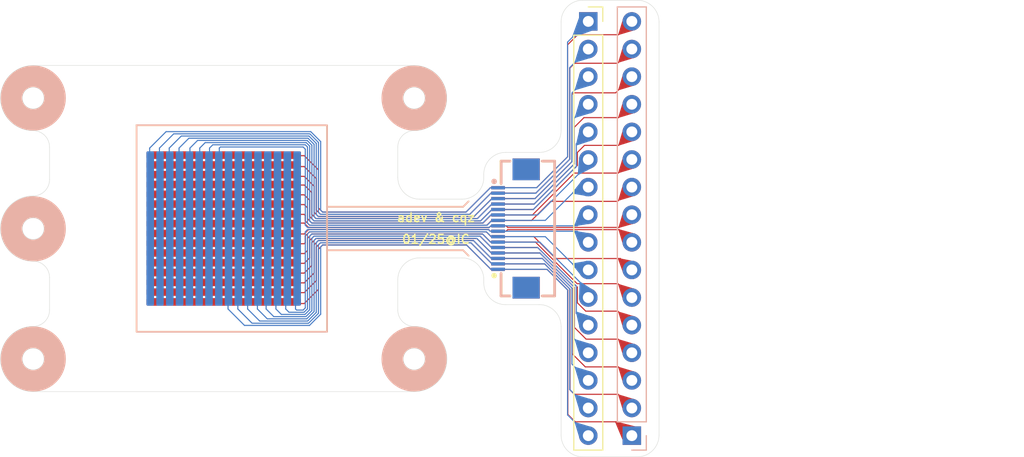
<source format=kicad_pcb>
(kicad_pcb (version 20240108) (generator "pcbnew") (generator_version "8.0")
  (layers (0 "F.Cu" signal "Front") (31 "B.Cu" signal "Back") (34 "B.Paste" user) (35 "F.Paste" user) (36 "B.SilkS" user "B.Silkscreen") (37 "F.SilkS" user "F.Silkscreen") (38 "B.Mask" user "B.Mask - ENIG") (39 "F.Mask" user "F.Mask - ENIG") (44 "Edge.Cuts" user))
  (net 0 "")
  (net 1 "/out4")
  (net 2 "/out6")
  (net 3 "/out14")
  (net 4 "/out9")
  (net 5 "/out12")
  (net 6 "/out10")
  (net 7 "/out5")
  (net 8 "/out7")
  (net 9 "/out15")
  (net 10 "/out11")
  (net 11 "/out2")
  (net 13 "/out1")
  (net 14 "/out0")
  (net 15 "/out8")
  (net 16 "/out13")
  (net 17 "/out3")
  (net 20 "/ain8")
  (net 21 "/ain4")
  (net 22 "/ain11")
  (net 23 "/ain14")
  (net 24 "/ain12")
  (net 25 "/ain6")
  (net 26 "/ain13")
  (net 27 "/ain10")
  (net 28 "/ain9")
  (net 29 "/ain0")
  (net 30 "/ain1")
  (net 31 "/ain2")
  (net 32 "/ain7")
  (net 33 "/ain5")
  (net 35 "/ain15")
  (net 36 "/ain3")
  (footprint "00_lcsc:FPC-SMD_16P-P0.50_FPC-05F-16PH20" (layer "F.Cu") (at 141.25 114.75 90)
    (property "Reference" "FPC2" (hide yes))
    (property "Value" "FPC-05F-16PH20" (hide yes))
  )
  (footprint "Connector_PinSocket_2.54mm:PinSocket_1x16_P2.54mm_Vertical" (layer "F.Cu") (at 148.25 95.7)
    (property "Reference" "J1" (hide yes))
    (property "Value" "Conn_01x16_Pin" (hide yes))
  )
  (footprint "Connector_PinSocket_2.54mm:PinSocket_1x16_P2.54mm_Vertical" (layer "B.Cu") (at 152.25 133.8)
    (property "Reference" "J2" (hide yes))
    (property "Value" "Conn_01x16_Pin")
  )
  (footprint "00_lcsc:FPC-SMD_16P-P0.50_FPC-05F-16PH20" (layer "B.Cu") (at 141.25 114.75 -90)
    (property "Reference" "FPC1" (hide yes))
    (property "Value" "FPC-05F-16PH20" (hide yes))
  )
  (gr_line (start 136.750001 112.75) (end 137.250001 112.25) (stroke (width 0.1524)) (layer "B.SilkS"))
  (gr_line (start 136.750001 116.75) (end 137.250001 117.25) (stroke (width 0.1524)) (layer "B.SilkS"))
  (gr_rect (start 106.750001 105.25) (end 124.250001 124.25) (stroke (width 0.1524)) (fill none) (layer "B.SilkS"))
  (gr_line (start 124.250001 112.749999) (end 136.750001 112.75) (stroke (width 0.1524)) (layer "B.SilkS"))
  (gr_line (start 124.250001 116.750001) (end 136.750001 116.75) (stroke (width 0.1524)) (layer "B.SilkS"))
  (gr_circle (center 97.25 114.78) (end 99.249999 114.78) (stroke (width 2)) (fill none) (layer "B.SilkS"))
  (gr_circle (center 132.25 102.75) (end 130.25 102.749999) (stroke (width 2)) (fill none) (layer "B.SilkS"))
  (gr_circle (center 97.249999 102.75) (end 99.25 102.749999) (stroke (width 2)) (fill none) (layer "B.SilkS"))
  (gr_circle (center 97.25 126.75) (end 99.25 126.75) (stroke (width 2)) (fill none) (layer "B.SilkS"))
  (gr_circle (center 132.25 126.75) (end 130.249999 126.75) (stroke (width 2)) (fill none) (layer "B.SilkS"))
  (gr_line (start 124.250001 116.75) (end 136.750001 116.75) (stroke (width 0.1524)) (layer "F.SilkS"))
  (gr_line (start 124.250001 112.75) (end 136.750001 112.75) (stroke (width 0.1524)) (layer "F.SilkS"))
  (gr_line (start 136.750001 112.75) (end 137.250001 112.25) (stroke (width 0.1524)) (layer "F.SilkS"))
  (gr_line (start 136.750001 116.75) (end 137.250001 117.25) (stroke (width 0.1524)) (layer "F.SilkS"))
  (gr_rect (start 106.750001 105.25) (end 124.250001 124.25) (stroke (width 0.1524)) (fill none) (layer "F.SilkS"))
  (gr_arc (start 98.75 122.25) (mid 98.31066 123.31066) (end 97.25 123.75) (stroke (width 0.0381)) (layer "Edge.Cuts"))
  (gr_arc (start 152.75 93.75) (mid 154.164214 94.335786) (end 154.75 95.75) (stroke (width 0.0381)) (layer "Edge.Cuts"))
  (gr_line (start 130.75 122.250001) (end 130.75 119.449998) (stroke (width 0.0381)) (layer "Edge.Cuts"))
  (gr_arc (start 98.75 110.249999) (mid 98.310661 111.31066) (end 97.25 111.75) (stroke (width 0.0381)) (layer "Edge.Cuts"))
  (gr_line (start 138.65 119.45) (end 138.65 119.750004) (stroke (width 0.0381)) (layer "Edge.Cuts"))
  (gr_circle (center 132.25 126.75) (end 131.249999 126.75) (stroke (width 0.0381)) (fill none) (layer "Edge.Cuts"))
  (gr_arc (start 132.25 99.75) (mid 135.249996 102.749996) (end 132.25 105.750002) (stroke (width 0.0381)) (layer "Edge.Cuts"))
  (gr_arc (start 97.25 117.750001) (mid 94.249999 114.75) (end 97.25 111.75) (stroke (width 0.0381)) (layer "Edge.Cuts"))
  (gr_arc (start 130.75 119.449998) (mid 131.335786 118.035783) (end 132.75 117.449998) (stroke (width 0.0381)) (layer "Edge.Cuts"))
  (gr_arc (start 147.75 135.750004) (mid 146.335786 135.164218) (end 145.75 133.750004) (stroke (width 0.0381)) (layer "Edge.Cuts"))
  (gr_arc (start 140.65 121.750004) (mid 139.235786 121.164218) (end 138.65 119.750004) (stroke (width 0.0381)) (layer "Edge.Cuts"))
  (gr_arc (start 138.65 109.75) (mid 139.235786 108.335786) (end 140.65 107.75) (stroke (width 0.0381)) (layer "Edge.Cuts"))
  (gr_arc (start 132.75 112.050002) (mid 131.335786 111.464216) (end 130.75 110.050002) (stroke (width 0.0381)) (layer "Edge.Cuts"))
  (gr_line (start 130.75 110.050002) (end 130.75 107.25) (stroke (width 0.0381)) (layer "Edge.Cuts"))
  (gr_arc (start 132.249999 123.750002) (mid 135.249995 126.749996) (end 132.25 129.75) (stroke (width 0.0381)) (layer "Edge.Cuts"))
  (gr_arc (start 143.75 121.750004) (mid 145.164213 122.335791) (end 145.75 123.750004) (stroke (width 0.0381)) (layer "Edge.Cuts"))
  (gr_line (start 97.250001 99.750002) (end 132.25 99.750005) (stroke (width 0.0381)) (layer "Edge.Cuts"))
  (gr_arc (start 97.25 129.75) (mid 94.25 126.75) (end 97.25 123.75) (stroke (width 0.0381)) (layer "Edge.Cuts"))
  (gr_arc (start 97.250001 105.750001) (mid 94.25 102.750001) (end 97.250001 99.750002) (stroke (width 0.0381)) (layer "Edge.Cuts"))
  (gr_circle (center 97.25 102.750003) (end 98.250001 102.750002) (stroke (width 0.0381)) (fill none) (layer "Edge.Cuts"))
  (gr_arc (start 97.250001 105.750001) (mid 98.310661 106.189341) (end 98.75 107.250001) (stroke (width 0.0381)) (layer "Edge.Cuts"))
  (gr_circle (center 132.25 102.750001) (end 131.25 102.75) (stroke (width 0.0381)) (fill none) (layer "Edge.Cuts"))
  (gr_arc (start 145.75 105.75) (mid 145.164214 107.164214) (end 143.75 107.75) (stroke (width 0.0381)) (layer "Edge.Cuts"))
  (gr_circle (center 97.25 126.75) (end 98.25 126.75) (stroke (width 0.0381)) (fill none) (layer "Edge.Cuts"))
  (gr_line (start 154.75 95.75) (end 154.75 133.750004) (stroke (width 0.0381)) (layer "Edge.Cuts"))
  (gr_line (start 147.75 93.75) (end 152.75 93.75) (stroke (width 0.0381)) (layer "Edge.Cuts"))
  (gr_line (start 140.65 107.75) (end 143.75 107.75) (stroke (width 0.0381)) (layer "Edge.Cuts"))
  (gr_line (start 98.75 110.249999) (end 98.75 107.250001) (stroke (width 0.0381)) (layer "Edge.Cuts"))
  (gr_arc (start 130.75 107.25) (mid 131.189338 106.189337) (end 132.25 105.750002) (stroke (width 0.0381)) (layer "Edge.Cuts"))
  (gr_arc (start 136.65 117.45) (mid 138.064212 118.035787) (end 138.65 119.45) (stroke (width 0.0381)) (layer "Edge.Cuts"))
  (gr_line (start 98.75 122.25) (end 98.75 119.249999) (stroke (width 0.0381)) (layer "Edge.Cuts"))
  (gr_arc (start 145.75 95.75) (mid 146.335786 94.335786) (end 147.75 93.75) (stroke (width 0.0381)) (layer "Edge.Cuts"))
  (gr_line (start 145.75 123.750004) (end 145.75 133.750004) (stroke (width 0.0381)) (layer "Edge.Cuts"))
  (gr_line (start 132.75 117.449998) (end 136.65 117.45) (stroke (width 0.0381)) (layer "Edge.Cuts"))
  (gr_arc (start 138.65 110.05) (mid 138.064214 111.464214) (end 136.65 112.05) (stroke (width 0.0381)) (layer "Edge.Cuts"))
  (gr_line (start 132.25 129.750003) (end 97.25 129.75) (stroke (width 0.0381)) (layer "Edge.Cuts"))
  (gr_line (start 140.65 121.750004) (end 143.75 121.750004) (stroke (width 0.0381)) (layer "Edge.Cuts"))
  (gr_line (start 145.75 105.75) (end 145.75 95.75) (stroke (width 0.0381)) (layer "Edge.Cuts"))
  (gr_circle (center 97.25 114.75) (end 98.250001 114.75) (stroke (width 0.0381)) (fill none) (layer "Edge.Cuts"))
  (gr_arc (start 154.75 133.750004) (mid 154.164213 135.164216) (end 152.75 135.750004) (stroke (width 0.0381)) (layer "Edge.Cuts"))
  (gr_line (start 132.75 112.050002) (end 136.65 112.05) (stroke (width 0.0381)) (layer "Edge.Cuts"))
  (gr_line (start 138.65 110.05) (end 138.65 109.75) (stroke (width 0.0381)) (layer "Edge.Cuts"))
  (gr_arc (start 132.249999 123.750002) (mid 131.189337 123.310662) (end 130.75 122.250001) (stroke (width 0.0381)) (layer "Edge.Cuts"))
  (gr_arc (start 97.25 117.750001) (mid 98.310659 118.18934) (end 98.75 119.249999) (stroke (width 0.0381)) (layer "Edge.Cuts"))
  (gr_line (start 147.75 135.750004) (end 152.75 135.750004) (stroke (width 0.0381)) (layer "Edge.Cuts"))
  (gr_text "01/25@IC" (at 134.250001 115.75 0) (layer "F.SilkS") (effects (font (size 0.8128 0.8128) (thickness 0.1524) (bold yes))))
  (gr_text "adev & cqz" (at 134.250001 113.75 0) (layer "F.SilkS") (effects (font (size 0.8128 0.8128) (thickness 0.1524) (bold yes))))
  (segment (start 147.150001 109.047055) (end 147.150001 107.85) (width 0.1016) (layer "B.Cu") (net 1))
  (segment (start 147.150001 107.85) (end 147.1516 107.848401) (width 0.1016) (layer "B.Cu") (net 1))
  (segment (start 123.045201 114.0452) (end 122.854801 113.8548) (width 0.1016) (layer "B.Cu") (net 1))
  (segment (start 138.354801 114.0452) (end 123.045201 114.0452) (width 0.1016) (layer "B.Cu") (net 1))
  (segment (start 143.197056 113) (end 147.150001 109.047055) (width 0.1016) (layer "B.Cu") (net 1))
  (segment (start 147.1516 107.848401) (end 147.1516 106.9584) (width 0.1016) (layer "B.Cu") (net 1))
  (segment (start 122.415168 106.6452) (end 112.354801 106.6452) (width 0.1016) (layer "B.Cu") (net 1))
  (segment (start 122.854801 107.084833) (end 122.415168 106.6452) (width 0.1016) (layer "B.Cu") (net 1))
  (segment (start 147.1516 106.9584) (end 148.25 105.86) (width 0.1016) (layer "B.Cu") (net 1))
  (segment (start 139.400001 113) (end 138.354801 114.0452) (width 0.1016) (layer "B.Cu") (net 1))
  (segment (start 111.650001 107.35) (end 111.650001 107.85) (width 0.1016) (layer "B.Cu") (net 1))
  (segment (start 139.96 113) (end 139.400001 113) (width 0.1016) (layer "B.Cu") (net 1))
  (segment (start 139.96 113) (end 143.197056 113) (width 0.1016) (layer "B.Cu") (net 1))
  (segment (start 122.854801 113.8548) (end 122.854801 107.084833) (width 0.1016) (layer "B.Cu") (net 1))
  (segment (start 112.354801 106.6452) (end 111.650001 107.35) (width 0.1016) (layer "B.Cu") (net 1))
  (segment (start 122.248156 107.0484) (end 113.751601 107.0484) (width 0.1016) (layer "B.Cu") (net 2))
  (segment (start 122.451601 107.251845) (end 122.248156 107.0484) (width 0.1016) (layer "B.Cu") (net 2))
  (segment (start 139.400001 114) (end 138.951601 114.4484) (width 0.1016) (layer "B.Cu") (net 2))
  (segment (start 138.951601 114.4484) (end 122.650001 114.4484) (width 0.1016) (layer "B.Cu") (net 2))
  (segment (start 122.650001 114.4484) (end 122.451601 114.25) (width 0.1016) (layer "B.Cu") (net 2))
  (segment (start 113.751601 107.0484) (end 113.450001 107.35) (width 0.1016) (layer "B.Cu") (net 2))
  (segment (start 147.360001 110.94) (end 148.25 110.94) (width 0.1016) (layer "B.Cu") (net 2))
  (segment (start 144.300001 114) (end 147.360001 110.94) (width 0.1016) (layer "B.Cu") (net 2))
  (segment (start 113.450001 107.35) (end 113.450001 107.75) (width 0.1016) (layer "B.Cu") (net 2))
  (segment (start 139.96 114) (end 139.400001 114) (width 0.1016) (layer "B.Cu") (net 2))
  (segment (start 139.96 114) (end 144.300001 114) (width 0.1016) (layer "B.Cu") (net 2))
  (segment (start 122.451601 114.25) (end 122.451601 107.251845) (width 0.1016) (layer "B.Cu") (net 2))
  (segment (start 146.545201 129.555201) (end 146.545201 120.315412) (width 0.1016) (layer "B.Cu") (net 3))
  (segment (start 137.4612 116.0612) (end 123.638801 116.0612) (width 0.1016) (layer "B.Cu") (net 3))
  (segment (start 144.229789 118) (end 139.96 118) (width 0.1016) (layer "B.Cu") (net 3))
  (segment (start 148.25 131.26) (end 146.545201 129.555201) (width 0.1016) (layer "B.Cu") (net 3))
  (segment (start 139.96 118) (end 139.4 118) (width 0.1016) (layer "B.Cu") (net 3))
  (segment (start 146.545201 120.315412) (end 144.229789 118) (width 0.1016) (layer "B.Cu") (net 3))
  (segment (start 123.459601 122.551035) (end 122.551036 123.4596) (width 0.1016) (layer "B.Cu") (net 3))
  (segment (start 122.551036 123.4596) (end 117.359601 123.4596) (width 0.1016) (layer "B.Cu") (net 3))
  (segment (start 139.4 118) (end 137.4612 116.0612) (width 0.1016) (layer "B.Cu") (net 3))
  (segment (start 123.638801 116.0612) (end 123.459601 116.2404) (width 0.1016) (layer "B.Cu") (net 3))
  (segment (start 123.459601 116.2404) (end 123.459601 122.551035) (width 0.1016) (layer "B.Cu") (net 3))
  (segment (start 117.359601 123.4596) (end 116.050001 122.15) (width 0.1016) (layer "B.Cu") (net 3))
  (segment (start 116.050001 122.15) (end 116.050001 121.65) (width 0.1016) (layer "B.Cu") (net 3))
  (segment (start 122.451601 115.2484) (end 122.451601 122.133506) (width 0.1016) (layer "B.Cu") (net 4))
  (segment (start 144.3 115.5) (end 139.96 115.5) (width 0.1016) (layer "B.Cu") (net 4))
  (segment (start 122.451601 122.133506) (end 122.133507 122.4516) (width 0.1016) (layer "B.Cu") (net 4))
  (segment (start 139.96 115.5) (end 139.335 115.5) (width 0.1016) (layer "B.Cu") (net 4))
  (segment (start 148.25 118.56) (end 147.36 118.56) (width 0.1016) (layer "B.Cu") (net 4))
  (segment (start 122.133507 122.4516) (end 120.751601 122.4516) (width 0.1016) (layer "B.Cu") (net 4))
  (segment (start 139.335 115.5) (end 138.8882 115.0532) (width 0.1016) (layer "B.Cu") (net 4))
  (segment (start 147.36 118.56) (end 144.3 115.5) (width 0.1016) (layer "B.Cu") (net 4))
  (segment (start 122.646801 115.0532) (end 122.451601 115.2484) (width 0.1016) (layer "B.Cu") (net 4))
  (segment (start 120.450001 122.15) (end 120.450001 121.65) (width 0.1016) (layer "B.Cu") (net 4))
  (segment (start 138.8882 115.0532) (end 122.646801 115.0532) (width 0.1016) (layer "B.Cu") (net 4))
  (segment (start 120.751601 122.4516) (end 120.450001 122.15) (width 0.1016) (layer "B.Cu") (net 4))
  (segment (start 143.800001 117) (end 139.96 117) (width 0.1016) (layer "B.Cu") (net 5))
  (segment (start 122.384025 123.0564) (end 118.756401 123.0564) (width 0.1016) (layer "B.Cu") (net 5))
  (segment (start 139.35 117) (end 138.008 115.658) (width 0.1016) (layer "B.Cu") (net 5))
  (segment (start 123.056401 115.8436) (end 123.056401 122.384024) (width 0.1016) (layer "B.Cu") (net 5))
  (segment (start 148.25 126.18) (end 146.948401 124.878401) (width 0.1016) (layer "B.Cu") (net 5))
  (segment (start 146.948401 124.878401) (end 146.948401 120.1484) (width 0.1016) (layer "B.Cu") (net 5))
  (segment (start 138.008 115.658) (end 123.242001 115.658) (width 0.1016) (layer "B.Cu") (net 5))
  (segment (start 117.850001 122.15) (end 117.850001 121.65) (width 0.1016) (layer "B.Cu") (net 5))
  (segment (start 122.938306 122.502118) (end 122.398412 123.042012) (width 0.1016) (layer "B.Cu") (net 5))
  (segment (start 146.948401 120.1484) (end 143.800001 117) (width 0.1016) (layer "B.Cu") (net 5))
  (segment (start 118.756401 123.0564) (end 117.850001 122.15) (width 0.1016) (layer "B.Cu") (net 5))
  (segment (start 123.056401 122.384024) (end 122.938306 122.502118) (width 0.1016) (layer "B.Cu") (net 5))
  (segment (start 123.242001 115.658) (end 123.056401 115.8436) (width 0.1016) (layer "B.Cu") (net 5))
  (segment (start 122.398412 123.042012) (end 122.384025 123.0564) (width 0.1016) (layer "B.Cu") (net 5))
  (segment (start 139.96 117) (end 139.35 117) (width 0.1016) (layer "B.Cu") (net 5))
  (segment (start 122.217013 122.6532) (end 120.053201 122.6532) (width 0.1016) (layer "B.Cu") (net 6))
  (segment (start 148.25 120.449999) (end 143.800001 116) (width 0.1016) (layer "B.Cu") (net 6))
  (segment (start 139.285 116) (end 138.5398 115.2548) (width 0.1016) (layer "B.Cu") (net 6))
  (segment (start 122.845201 115.2548) (end 122.653201 115.4468) (width 0.1016) (layer "B.Cu") (net 6))
  (segment (start 148.25 121.1) (end 148.25 120.449999) (width 0.1016) (layer "B.Cu") (net 6))
  (segment (start 119.550001 122.15) (end 119.550001 121.65) (width 0.1016) (layer "B.Cu") (net 6))
  (segment (start 139.96 116) (end 139.285 116) (width 0.1016) (layer "B.Cu") (net 6))
  (segment (start 143.800001 116) (end 139.96 116) (width 0.1016) (layer "B.Cu") (net 6))
  (segment (start 138.5398 115.2548) (end 122.845201 115.2548) (width 0.1016) (layer "B.Cu") (net 6))
  (segment (start 122.653201 122.217012) (end 122.217013 122.6532) (width 0.1016) (layer "B.Cu") (net 6))
  (segment (start 120.053201 122.6532) (end 119.550001 122.15) (width 0.1016) (layer "B.Cu") (net 6))
  (segment (start 122.653201 115.4468) (end 122.653201 122.217012) (width 0.1016) (layer "B.Cu") (net 6))
  (segment (start 138.5532 114.2468) (end 122.846801 114.2468) (width 0.1016) (layer "B.Cu") (net 7))
  (segment (start 122.653201 107.168339) (end 122.331662 106.8468) (width 0.1016) (layer "B.Cu") (net 7))
  (segment (start 122.846801 114.2468) (end 122.653201 114.0532) (width 0.1016) (layer "B.Cu") (net 7))
  (segment (start 122.331662 106.8468) (end 113.053201 106.8468) (width 0.1016) (layer "B.Cu") (net 7))
  (segment (start 113.053201 106.8468) (end 112.550001 107.35) (width 0.1016) (layer "B.Cu") (net 7))
  (segment (start 143.600001 113.5) (end 148.25 108.850001) (width 0.1016) (layer "B.Cu") (net 7))
  (segment (start 139.96 113.5) (end 143.600001 113.5) (width 0.1016) (layer "B.Cu") (net 7))
  (segment (start 139.96 113.5) (end 139.3 113.5) (width 0.1016) (layer "B.Cu") (net 7))
  (segment (start 122.653201 114.0532) (end 122.653201 107.168339) (width 0.1016) (layer "B.Cu") (net 7))
  (segment (start 148.25 108.850001) (end 148.25 108.4) (width 0.1016) (layer "B.Cu") (net 7))
  (segment (start 139.3 113.5) (end 138.5532 114.2468) (width 0.1016) (layer "B.Cu") (net 7))
  (segment (start 112.550001 107.35) (end 112.550001 107.85) (width 0.1016) (layer "B.Cu") (net 7))
  (segment (start 122.250001 114.45) (end 122.250001 107.45) (width 0.1016) (layer "B.Cu") (net 8))
  (segment (start 114.450001 107.25) (end 114.350001 107.35) (width 0.1016) (layer "B.Cu") (net 8))
  (segment (start 122.050001 107.25) (end 114.450001 107.25) (width 0.1016) (layer "B.Cu") (net 8))
  (segment (start 139.96 114.5) (end 147.23 114.5) (width 0.1016) (layer "B.Cu") (net 8))
  (segment (start 114.350001 107.35) (end 114.350001 107.75) (width 0.1016) (layer "B.Cu") (net 8))
  (segment (start 122.450001 114.65) (end 122.250001 114.45) (width 0.1016) (layer "B.Cu") (net 8))
  (segment (start 139.150001 114.65) (end 122.450001 114.65) (width 0.1016) (layer "B.Cu") (net 8))
  (segment (start 139.96 114.5) (end 139.300001 114.5) (width 0.1016) (layer "B.Cu") (net 8))
  (segment (start 122.250001 107.45) (end 122.050001 107.25) (width 0.1016) (layer "B.Cu") (net 8))
  (segment (start 139.300001 114.5) (end 139.150001 114.65) (width 0.1016) (layer "B.Cu") (net 8))
  (segment (start 147.23 114.5) (end 148.25 113.48) (width 0.1016) (layer "B.Cu") (net 8))
  (segment (start 144.444683 118.5) (end 146.343601 120.398918) (width 0.1016) (layer "B.Cu") (net 9))
  (segment (start 146.343601 131.893601) (end 148.25 133.8) (width 0.1016) (layer "B.Cu") (net 9))
  (segment (start 122.634542 123.6612) (end 116.661201 123.6612) (width 0.1016) (layer "B.Cu") (net 9))
  (segment (start 137.0628 116.2628) (end 123.837201 116.2628) (width 0.1016) (layer "B.Cu") (net 9))
  (segment (start 139.96 118.5) (end 139.3 118.5) (width 0.1016) (layer "B.Cu") (net 9))
  (segment (start 146.343601 120.398918) (end 146.343601 131.893601) (width 0.1016) (layer "B.Cu") (net 9))
  (segment (start 139.3 118.5) (end 137.0628 116.2628) (width 0.1016) (layer "B.Cu") (net 9))
  (segment (start 139.96 118.5) (end 144.444683 118.5) (width 0.1016) (layer "B.Cu") (net 9))
  (segment (start 123.837201 116.2628) (end 123.661201 116.4388) (width 0.1016) (layer "B.Cu") (net 9))
  (segment (start 115.150001 122.15) (end 115.150001 121.65) (width 0.1016) (layer "B.Cu") (net 9))
  (segment (start 123.661201 122.634541) (end 122.634542 123.6612) (width 0.1016) (layer "B.Cu") (net 9))
  (segment (start 116.661201 123.6612) (end 115.150001 122.15) (width 0.1016) (layer "B.Cu") (net 9))
  (segment (start 123.661201 116.4388) (end 123.661201 122.634541) (width 0.1016) (layer "B.Cu") (net 9))
  (segment (start 147.150001 120.05) (end 143.600001 116.5) (width 0.1016) (layer "B.Cu") (net 10))
  (segment (start 122.300519 122.8548) (end 119.354801 122.8548) (width 0.1016) (layer "B.Cu") (net 10))
  (segment (start 119.354801 122.8548) (end 118.650001 122.15) (width 0.1016) (layer "B.Cu") (net 10))
  (segment (start 123.043601 115.4564) (end 122.854801 115.6452) (width 0.1016) (layer "B.Cu") (net 10))
  (segment (start 139.96 116.5) (end 139.360736 116.5) (width 0.1016) (layer "B.Cu") (net 10))
  (segment (start 122.854801 122.300518) (end 122.300519 122.8548) (width 0.1016) (layer "B.Cu") (net 10))
  (segment (start 147.150001 122.55) (end 147.150001 120.05) (width 0.1016) (layer "B.Cu") (net 10))
  (segment (start 143.600001 116.5) (end 139.96 116.5) (width 0.1016) (layer "B.Cu") (net 10))
  (segment (start 148.25 123.64) (end 148.240001 123.64) (width 0.1016) (layer "B.Cu") (net 10))
  (segment (start 148.240001 123.64) (end 147.150001 122.55) (width 0.1016) (layer "B.Cu") (net 10))
  (segment (start 118.650001 122.15) (end 118.650001 121.65) (width 0.1016) (layer "B.Cu") (net 10))
  (segment (start 139.360736 116.5) (end 138.317136 115.4564) (width 0.1016) (layer "B.Cu") (net 10))
  (segment (start 122.854801 115.6452) (end 122.854801 122.300518) (width 0.1016) (layer "B.Cu") (net 10))
  (segment (start 138.317136 115.4564) (end 123.043601 115.4564) (width 0.1016) (layer "B.Cu") (net 10))
  (segment (start 139.96 112) (end 143.348528 112) (width 0.1016) (layer "B.Cu") (net 11))
  (segment (start 109.750001 107.35) (end 109.750001 107.85) (width 0.1016) (layer "B.Cu") (net 11))
  (segment (start 122.58218 106.242) (end 110.858001 106.242) (width 0.1016) (layer "B.Cu") (net 11))
  (segment (start 143.348528 112) (end 146.746801 108.601727) (width 0.1016) (layer "B.Cu") (net 11))
  (segment (start 123.258001 113.458) (end 123.258001 106.917821) (width 0.1016) (layer "B.Cu") (net 11))
  (segment (start 146.746801 108.601727) (end 146.746801 102.283199) (width 0.1016) (layer "B.Cu") (net 11))
  (segment (start 137.758001 113.642) (end 123.442001 113.642) (width 0.1016) (layer "B.Cu") (net 11))
  (segment (start 139.400001 112) (end 137.758001 113.642) (width 0.1016) (layer "B.Cu") (net 11))
  (segment (start 146.746801 102.283199) (end 148.25 100.78) (width 0.1016) (layer "B.Cu") (net 11))
  (segment (start 123.442001 113.642) (end 123.258001 113.458) (width 0.1016) (layer "B.Cu") (net 11))
  (segment (start 139.96 112) (end 139.400001 112) (width 0.1016) (layer "B.Cu") (net 11))
  (segment (start 110.858001 106.242) (end 109.750001 107.35) (width 0.1016) (layer "B.Cu") (net 11))
  (segment (start 123.258001 106.917821) (end 122.58218 106.242) (width 0.1016) (layer "B.Cu") (net 11))
  (segment (start 110.159601 106.0404) (end 108.850001 107.35) (width 0.1016) (layer "B.Cu") (net 13))
  (segment (start 139.96 111.5) (end 139.303168 111.5) (width 0.1016) (layer "B.Cu") (net 13))
  (segment (start 137.362768 113.4404) (end 123.640401 113.4404) (width 0.1016) (layer "B.Cu") (net 13))
  (segment (start 123.459601 106.834315) (end 123.341506 106.716221) (width 0.1016) (layer "B.Cu") (net 13))
  (segment (start 122.665686 106.0404) (end 110.159601 106.0404) (width 0.1016) (layer "B.Cu") (net 13))
  (segment (start 123.237643 106.612357) (end 122.665686 106.0404) (width 0.1016) (layer "B.Cu") (net 13))
  (segment (start 146.545201 108.379063) (end 146.545201 99.944799) (width 0.1016) (layer "B.Cu") (net 13))
  (segment (start 139.96 111.5) (end 143.424264 111.5) (width 0.1016) (layer "B.Cu") (net 13))
  (segment (start 139.303168 111.5) (end 137.362768 113.4404) (width 0.1016) (layer "B.Cu") (net 13))
  (segment (start 123.640401 113.4404) (end 123.459601 113.2596) (width 0.1016) (layer "B.Cu") (net 13))
  (segment (start 146.545201 99.944799) (end 148.25 98.24) (width 0.1016) (layer "B.Cu") (net 13))
  (segment (start 123.459601 113.2596) (end 123.459601 106.834315) (width 0.1016) (layer "B.Cu") (net 13))
  (segment (start 108.850001 107.35) (end 108.850001 107.85) (width 0.1016) (layer "B.Cu") (net 13))
  (segment (start 123.341506 106.716221) (end 123.237643 106.612357) (width 0.1016) (layer "B.Cu") (net 13))
  (segment (start 143.424264 111.5) (end 146.545201 108.379063) (width 0.1016) (layer "B.Cu") (net 13))
  (segment (start 109.461201 105.8388) (end 107.950001 107.35) (width 0.1016) (layer "B.Cu") (net 14))
  (segment (start 146.343601 108.156399) (end 146.343601 97.606399) (width 0.1016) (layer "B.Cu") (net 14))
  (segment (start 143.5 111) (end 146.343601 108.156399) (width 0.1016) (layer "B.Cu") (net 14))
  (segment (start 139.96 111) (end 139.25 111) (width 0.1016) (layer "B.Cu") (net 14))
  (segment (start 139.96 111) (end 143.5 111) (width 0.1016) (layer "B.Cu") (net 14))
  (segment (start 107.950001 107.35) (end 107.950001 107.85) (width 0.1016) (layer "B.Cu") (net 14))
  (segment (start 137.0112 113.2388) (end 123.838801 113.2388) (width 0.1016) (layer "B.Cu") (net 14))
  (segment (start 123.661201 106.750809) (end 122.749192 105.8388) (width 0.1016) (layer "B.Cu") (net 14))
  (segment (start 146.343601 97.606399) (end 148.25 95.7) (width 0.1016) (layer "B.Cu") (net 14))
  (segment (start 123.661201 113.0612) (end 123.661201 106.750809) (width 0.1016) (layer "B.Cu") (net 14))
  (segment (start 123.838801 113.2388) (end 123.661201 113.0612) (width 0.1016) (layer "B.Cu") (net 14))
  (segment (start 139.25 111) (end 137.0112 113.2388) (width 0.1016) (layer "B.Cu") (net 14))
  (segment (start 122.749192 105.8388) (end 109.461201 105.8388) (width 0.1016) (layer "B.Cu") (net 14))
  (segment (start 122.448401 114.8516) (end 122.250001 115.05) (width 0.1016) (layer "B.Cu") (net 15))
  (segment (start 122.250001 115.05) (end 122.250001 122.05) (width 0.1016) (layer "B.Cu") (net 15))
  (segment (start 139.081601 114.8516) (end 122.448401 114.8516) (width 0.1016) (layer "B.Cu") (net 15))
  (segment (start 121.350001 122.15) (end 121.350001 121.65) (width 0.1016) (layer "B.Cu") (net 15))
  (segment (start 139.96 115) (end 139.230001 115) (width 0.1016) (layer "B.Cu") (net 15))
  (segment (start 139.230001 115) (end 139.081601 114.8516) (width 0.1016) (layer "B.Cu") (net 15))
  (segment (start 121.450001 122.25) (end 121.350001 122.15) (width 0.1016) (layer "B.Cu") (net 15))
  (segment (start 122.050001 122.25) (end 121.450001 122.25) (width 0.1016) (layer "B.Cu") (net 15))
  (segment (start 148.25 116.02) (end 147.23 115) (width 0.1016) (layer "B.Cu") (net 15))
  (segment (start 147.23 115) (end 139.96 115) (width 0.1016) (layer "B.Cu") (net 15))
  (segment (start 122.250001 122.05) (end 122.050001 122.25) (width 0.1016) (layer "B.Cu") (net 15))
  (segment (start 118.058001 123.258) (end 116.950001 122.15) (width 0.1016) (layer "B.Cu") (net 16))
  (segment (start 116.950001 122.15) (end 116.950001 121.65) (width 0.1016) (layer "B.Cu") (net 16))
  (segment (start 139.96 117.5) (end 139.35 117.5) (width 0.1016) (layer "B.Cu") (net 16))
  (segment (start 146.746801 120.231906) (end 144.014895 117.5) (width 0.1016) (layer "B.Cu") (net 16))
  (segment (start 137.7096 115.8596) (end 123.440401 115.8596) (width 0.1016) (layer "B.Cu") (net 16))
  (segment (start 123.258001 122.467529) (end 122.46753 123.258) (width 0.1016) (layer "B.Cu") (net 16))
  (segment (start 122.46753 123.258) (end 118.058001 123.258) (width 0.1016) (layer "B.Cu") (net 16))
  (segment (start 144.014895 117.5) (end 139.96 117.5) (width 0.1016) (layer "B.Cu") (net 16))
  (segment (start 148.25 128.72) (end 146.746801 127.216801) (width 0.1016) (layer "B.Cu") (net 16))
  (segment (start 139.35 117.5) (end 137.7096 115.8596) (width 0.1016) (layer "B.Cu") (net 16))
  (segment (start 146.746801 127.216801) (end 146.746801 120.231906) (width 0.1016) (layer "B.Cu") (net 16))
  (segment (start 123.440401 115.8596) (end 123.258001 116.042) (width 0.1016) (layer "B.Cu") (net 16))
  (segment (start 123.258001 116.042) (end 123.258001 122.467529) (width 0.1016) (layer "B.Cu") (net 16))
  (segment (start 139.400001 112.5) (end 138.056401 113.8436) (width 0.1016) (layer "B.Cu") (net 17))
  (segment (start 143.272792 112.5) (end 146.948401 108.824391) (width 0.1016) (layer "B.Cu") (net 17))
  (segment (start 111.556401 106.4436) (end 110.650001 107.35) (width 0.1016) (layer "B.Cu") (net 17))
  (segment (start 123.243601 113.8436) (end 123.056401 113.6564) (width 0.1016) (layer "B.Cu") (net 17))
  (segment (start 138.056401 113.8436) (end 123.243601 113.8436) (width 0.1016) (layer "B.Cu") (net 17))
  (segment (start 146.948401 108.824391) (end 146.948401 104.621599) (width 0.1016) (layer "B.Cu") (net 17))
  (segment (start 123.056401 107.001327) (end 122.938306 106.883233) (width 0.1016) (layer "B.Cu") (net 17))
  (segment (start 146.948401 104.621599) (end 148.25 103.32) (width 0.1016) (layer "B.Cu") (net 17))
  (segment (start 139.96 112.5) (end 139.400001 112.5) (width 0.1016) (layer "B.Cu") (net 17))
  (segment (start 110.650001 107.35) (end 110.650001 107.85) (width 0.1016) (layer "B.Cu") (net 17))
  (segment (start 123.056401 113.6564) (end 123.056401 107.001327) (width 0.1016) (layer "B.Cu") (net 17))
  (segment (start 139.96 112.5) (end 143.272792 112.5) (width 0.1016) (layer "B.Cu") (net 17))
  (segment (start 122.498674 106.4436) (end 111.556401 106.4436) (width 0.1016) (layer "B.Cu") (net 17))
  (segment (start 122.938306 106.883233) (end 122.498674 106.4436) (width 0.1016) (layer "B.Cu") (net 17))
  (segment (start 140.700001 114.5) (end 139.96 114.5) (width 0.1016) (layer "F.Cu") (net 20))
  (segment (start 122.548401 114.6484) (end 122.150001 114.25) (width 0.1016) (layer "F.Cu") (net 20))
  (segment (start 140.850001 114.65) (end 140.700001 114.5) (width 0.1016) (layer "F.Cu") (net 20))
  (segment (start 122.150001 114.25) (end 121.550001 114.25) (width 0.1016) (layer "F.Cu") (net 20))
  (segment (start 140 114.5) (end 139.299264 114.5) (width 0.1016) (layer "F.Cu") (net 20))
  (segment (start 151.08 114.65) (end 140.850001 114.65) (width 0.1016) (layer "F.Cu") (net 20))
  (segment (start 139.299264 114.5) (end 139.150864 114.6484) (width 0.1016) (layer "F.Cu") (net 20))
  (segment (start 139.150864 114.6484) (end 122.548401 114.6484) (width 0.1016) (layer "F.Cu") (net 20))
  (segment (start 152.25 113.48) (end 151.08 114.65) (width 0.1016) (layer "F.Cu") (net 20))
  (segment (start 143.600001 116.5) (end 139.96 116.5) (width 0.1016) (layer "F.Cu") (net 21))
  (segment (start 122.653201 115.85) (end 122.653201 117.4468) (width 0.1016) (layer "F.Cu") (net 21))
  (segment (start 152.25 123.64) (end 150.96 122.35) (width 0.1016) (layer "F.Cu") (net 21))
  (segment (start 139.350736 116.5) (end 138.305536 115.4548) (width 0.1016) (layer "F.Cu") (net 21))
  (segment (start 138.305536 115.4548) (end 123.048401 115.4548) (width 0.1016) (layer "F.Cu") (net 21))
  (segment (start 150.96 122.35) (end 148.015075 122.35) (width 0.1016) (layer "F.Cu") (net 21))
  (segment (start 123.048401 115.4548) (end 122.653201 115.85) (width 0.1016) (layer "F.Cu") (net 21))
  (segment (start 147.2492 120.149199) (end 143.600001 116.5) (width 0.1016) (layer "F.Cu") (net 21))
  (segment (start 122.150001 117.95) (end 121.550001 117.95) (width 0.1016) (layer "F.Cu") (net 21))
  (segment (start 148.015075 122.35) (end 147.2492 121.584125) (width 0.1016) (layer "F.Cu") (net 21))
  (segment (start 122.653201 117.4468) (end 122.150001 117.95) (width 0.1016) (layer "F.Cu") (net 21))
  (segment (start 147.2492 121.584125) (end 147.2492 120.149199) (width 0.1016) (layer "F.Cu") (net 21))
  (segment (start 139.95 116.5) (end 139.350736 116.5) (width 0.1016) (layer "F.Cu") (net 21))
  (segment (start 147.9 107.1) (end 147.2492 107.7508) (width 0.1016) (layer "F.Cu") (net 22))
  (segment (start 139.400736 113) (end 138.357136 114.0436) (width 0.1016) (layer "F.Cu") (net 22))
  (segment (start 138.357136 114.0436) (end 123.050001 114.0436) (width 0.1016) (layer "F.Cu") (net 22))
  (segment (start 123.050001 114.0436) (end 122.653201 113.6468) (width 0.1016) (layer "F.Cu") (net 22))
  (segment (start 151.034925 107.1) (end 147.9 107.1) (width 0.1016) (layer "F.Cu") (net 22))
  (segment (start 143.197056 113) (end 139.96 113) (width 0.1016) (layer "F.Cu") (net 22))
  (segment (start 140 113) (end 139.400736 113) (width 0.1016) (layer "F.Cu") (net 22))
  (segment (start 152.25 105.884925) (end 151.034925 107.1) (width 0.1016) (layer "F.Cu") (net 22))
  (segment (start 122.653201 113.6468) (end 122.653201 112.1532) (width 0.1016) (layer "F.Cu") (net 22))
  (segment (start 147.2492 107.7508) (end 147.2492 108.947856) (width 0.1016) (layer "F.Cu") (net 22))
  (segment (start 152.25 105.86) (end 152.25 105.884925) (width 0.1016) (layer "F.Cu") (net 22))
  (segment (start 122.653201 112.1532) (end 122.150001 111.65) (width 0.1016) (layer "F.Cu") (net 22))
  (segment (start 147.2492 108.947856) (end 143.197056 113) (width 0.1016) (layer "F.Cu") (net 22))
  (segment (start 122.150001 111.65) (end 121.550001 111.65) (width 0.1016) (layer "F.Cu") (net 22))
  (segment (start 122.150001 109.05) (end 121.550001 109.05) (width 0.1016) (layer "F.Cu") (net 23))
  (segment (start 137.3612 113.4388) (end 123.638801 113.4388) (width 0.1016) (layer "F.Cu") (net 23))
  (segment (start 123.638801 113.4388) (end 123.258001 113.058) (width 0.1016) (layer "F.Cu") (net 23))
  (segment (start 123.258001 113.058) (end 123.258001 110.158) (width 0.1016) (layer "F.Cu") (net 23))
  (segment (start 147 99.55) (end 146.5468 100.0032) (width 0.1016) (layer "F.Cu") (net 23))
  (segment (start 152.25 98.24) (end 150.94 99.55) (width 0.1016) (layer "F.Cu") (net 23))
  (segment (start 150.94 99.55) (end 147 99.55) (width 0.1016) (layer "F.Cu") (net 23))
  (segment (start 143.424264 111.5) (end 139.96 111.5) (width 0.1016) (layer "F.Cu") (net 23))
  (segment (start 123.258001 110.158) (end 122.150001 109.05) (width 0.1016) (layer "F.Cu") (net 23))
  (segment (start 146.5468 100.0032) (end 146.5468 108.377464) (width 0.1016) (layer "F.Cu") (net 23))
  (segment (start 146.5468 108.377464) (end 143.424264 111.5) (width 0.1016) (layer "F.Cu") (net 23))
  (segment (start 140 111.5) (end 139.3 111.5) (width 0.1016) (layer "F.Cu") (net 23))
  (segment (start 139.3 111.5) (end 137.3612 113.4388) (width 0.1016) (layer "F.Cu") (net 23))
  (segment (start 123.242001 113.842) (end 122.854801 113.4548) (width 0.1016) (layer "F.Cu") (net 24))
  (segment (start 146.95 105.45) (end 146.95 108.822792) (width 0.1016) (layer "F.Cu") (net 24))
  (segment (start 138.048 113.842) (end 123.242001 113.842) (width 0.1016) (layer "F.Cu") (net 24))
  (segment (start 140 112.5) (end 139.39 112.5) (width 0.1016) (layer "F.Cu") (net 24))
  (segment (start 147.85 104.55) (end 146.95 105.45) (width 0.1016) (layer "F.Cu") (net 24))
  (segment (start 146.95 108.822792) (end 143.272792 112.5) (width 0.1016) (layer "F.Cu") (net 24))
  (segment (start 122.157448 110.75) (end 121.550001 110.75) (width 0.1016) (layer "F.Cu") (net 24))
  (segment (start 151.02 104.55) (end 147.85 104.55) (width 0.1016) (layer "F.Cu") (net 24))
  (segment (start 152.25 103.32) (end 151.02 104.55) (width 0.1016) (layer "F.Cu") (net 24))
  (segment (start 122.854801 113.4548) (end 122.854801 111.447353) (width 0.1016) (layer "F.Cu") (net 24))
  (segment (start 143.272792 112.5) (end 139.96 112.5) (width 0.1016) (layer "F.Cu") (net 24))
  (segment (start 139.39 112.5) (end 138.048 113.842) (width 0.1016) (layer "F.Cu") (net 24))
  (segment (start 122.854801 111.447353) (end 122.157448 110.75) (width 0.1016) (layer "F.Cu") (net 24))
  (segment (start 152.25 118.56) (end 151.2 117.51) (width 0.1016) (layer "F.Cu") (net 25))
  (segment (start 122.150001 116.15) (end 121.550001 116.15) (width 0.1016) (layer "F.Cu") (net 25))
  (segment (start 145.26 117.51) (end 143.25 115.5) (width 0.1016) (layer "F.Cu") (net 25))
  (segment (start 151.2 117.51) (end 145.26 117.51) (width 0.1016) (layer "F.Cu") (net 25))
  (segment (start 138.8766 115.0516) (end 122.633507 115.0516) (width 0.1016) (layer "F.Cu") (net 25))
  (segment (start 143.25 115.5) (end 139.96 115.5) (width 0.1016) (layer "F.Cu") (net 25))
  (segment (start 122.633507 115.0516) (end 122.250001 115.435106) (width 0.1016) (layer "F.Cu") (net 25))
  (segment (start 122.250001 116.05) (end 122.150001 116.15) (width 0.1016) (layer "F.Cu") (net 25))
  (segment (start 139.325 115.5) (end 138.8766 115.0516) (width 0.1016) (layer "F.Cu") (net 25))
  (segment (start 139.95 115.5) (end 139.325 115.5) (width 0.1016) (layer "F.Cu") (net 25))
  (segment (start 122.250001 115.435106) (end 122.250001 116.05) (width 0.1016) (layer "F.Cu") (net 25))
  (segment (start 123.440401 113.6404) (end 123.056401 113.2564) (width 0.1016) (layer "F.Cu") (net 26))
  (segment (start 146.7484 108.600128) (end 146.7484 102.4266) (width 0.1016) (layer "F.Cu") (net 26))
  (segment (start 146.905 102.27) (end 150.76 102.27) (width 0.1016) (layer "F.Cu") (net 26))
  (segment (start 143.348528 112) (end 146.7484 108.600128) (width 0.1016) (layer "F.Cu") (net 26))
  (segment (start 139.39 112) (end 137.7496 113.6404) (width 0.1016) (layer "F.Cu") (net 26))
  (segment (start 146.7484 102.4266) (end 146.905 102.27) (width 0.1016) (layer "F.Cu") (net 26))
  (segment (start 150.76 102.27) (end 152.25 100.78) (width 0.1016) (layer "F.Cu") (net 26))
  (segment (start 137.7496 113.6404) (end 123.440401 113.6404) (width 0.1016) (layer "F.Cu") (net 26))
  (segment (start 123.056401 110.8564) (end 122.150001 109.95) (width 0.1016) (layer "F.Cu") (net 26))
  (segment (start 123.056401 113.2564) (end 123.056401 110.8564) (width 0.1016) (layer "F.Cu") (net 26))
  (segment (start 139.96 112) (end 143.348528 112) (width 0.1016) (layer "F.Cu") (net 26))
  (segment (start 122.150001 109.95) (end 121.550001 109.95) (width 0.1016) (layer "F.Cu") (net 26))
  (segment (start 140 112) (end 139.39 112) (width 0.1016) (layer "F.Cu") (net 26))
  (segment (start 138.5798 114.2452) (end 122.850001 114.2452) (width 0.1016) (layer "F.Cu") (net 27))
  (segment (start 146.97132 109.65) (end 143.12132 113.5) (width 0.1016) (layer "F.Cu") (net 27))
  (segment (start 140 113.5) (end 139.325 113.5) (width 0.1016) (layer "F.Cu") (net 27))
  (segment (start 122.451601 112.8516) (end 122.150001 112.55) (width 0.1016) (layer "F.Cu") (net 27))
  (segment (start 122.451601 113.8468) (end 122.451601 112.8516) (width 0.1016) (layer "F.Cu") (net 27))
  (segment (start 122.850001 114.2452) (end 122.451601 113.8468) (width 0.1016) (layer "F.Cu") (net 27))
  (segment (start 139.325 113.5) (end 138.5798 114.2452) (width 0.1016) (layer "F.Cu") (net 27))
  (segment (start 152.25 108.4) (end 151 109.65) (width 0.1016) (layer "F.Cu") (net 27))
  (segment (start 151 109.65) (end 146.97132 109.65) (width 0.1016) (layer "F.Cu") (net 27))
  (segment (start 143.12132 113.5) (end 139.96 113.5) (width 0.1016) (layer "F.Cu") (net 27))
  (segment (start 122.150001 112.55) (end 121.550001 112.55) (width 0.1016) (layer "F.Cu") (net 27))
  (segment (start 138.9282 114.4468) (end 122.646801 114.4468) (width 0.1016) (layer "F.Cu") (net 28))
  (segment (start 143.045584 114) (end 139.96 114) (width 0.1016) (layer "F.Cu") (net 28))
  (segment (start 140 114) (end 139.375 114) (width 0.1016) (layer "F.Cu") (net 28))
  (segment (start 122.646801 114.4468) (end 122.250001 114.05) (width 0.1016) (layer "F.Cu") (net 28))
  (segment (start 122.250001 113.55) (end 122.150001 113.45) (width 0.1016) (layer "F.Cu") (net 28))
  (segment (start 122.150001 113.45) (end 121.550001 113.45) (width 0.1016) (layer "F.Cu") (net 28))
  (segment (start 150.94 112.25) (end 144.795584 112.25) (width 0.1016) (layer "F.Cu") (net 28))
  (segment (start 139.375 114) (end 138.9282 114.4468) (width 0.1016) (layer "F.Cu") (net 28))
  (segment (start 122.250001 114.05) (end 122.250001 113.55) (width 0.1016) (layer "F.Cu") (net 28))
  (segment (start 144.795584 112.25) (end 143.045584 114) (width 0.1016) (layer "F.Cu") (net 28))
  (segment (start 152.25 110.94) (end 150.94 112.25) (width 0.1016) (layer "F.Cu") (net 28))
  (segment (start 137.061201 116.2612) (end 123.848401 116.2612) (width 0.1016) (layer "F.Cu") (net 29))
  (segment (start 139.300001 118.5) (end 137.061201 116.2612) (width 0.1016) (layer "F.Cu") (net 29))
  (segment (start 123.459601 116.65) (end 123.459601 120.3404) (width 0.1016) (layer "F.Cu") (net 29))
  (segment (start 122.150001 121.65) (end 121.550001 121.65) (width 0.1016) (layer "F.Cu") (net 29))
  (segment (start 146.3702 131.8452) (end 146.3702 120.410623) (width 0.1016) (layer "F.Cu") (net 29))
  (segment (start 150.975 132.525) (end 147.05 132.525) (width 0.1016) (layer "F.Cu") (net 29))
  (segment (start 123.848401 116.2612) (end 123.459601 116.65) (width 0.1016) (layer "F.Cu") (net 29))
  (segment (start 144.459577 118.5) (end 139.96 118.5) (width 0.1016) (layer "F.Cu") (net 29))
  (segment (start 139.95 118.5) (end 139.300001 118.5) (width 0.1016) (layer "F.Cu") (net 29))
  (segment (start 147.05 132.525) (end 146.3702 131.8452) (width 0.1016) (layer "F.Cu") (net 29))
  (segment (start 152.25 133.8) (end 150.975 132.525) (width 0.1016) (layer "F.Cu") (net 29))
  (segment (start 146.3702 120.410623) (end 144.459577 118.5) (width 0.1016) (layer "F.Cu") (net 29))
  (segment (start 123.459601 120.3404) (end 122.150001 121.65) (width 0.1016) (layer "F.Cu") (net 29))
  (segment (start 123.648401 116.0596) (end 123.258001 116.45) (width 0.1016) (layer "F.Cu") (net 30))
  (segment (start 139.96 118) (end 144.244683 118) (width 0.1016) (layer "F.Cu") (net 30))
  (segment (start 150.99 130) (end 152.25 131.26) (width 0.1016) (layer "F.Cu") (net 30))
  (segment (start 122.150001 120.65) (end 121.550001 120.65) (width 0.1016) (layer "F.Cu") (net 30))
  (segment (start 123.258001 119.542) (end 122.150001 120.65) (width 0.1016) (layer "F.Cu") (net 30))
  (segment (start 139.400001 118) (end 137.459601 116.0596) (width 0.1016) (layer "F.Cu") (net 30))
  (segment (start 146.975 130) (end 150.99 130) (width 0.1016) (layer "F.Cu") (net 30))
  (segment (start 146.5718 120.327117) (end 146.5718 129.5968) (width 0.1016) (layer "F.Cu") (net 30))
  (segment (start 146.5718 129.5968) (end 146.975 130) (width 0.1016) (layer "F.Cu") (net 30))
  (segment (start 144.244683 118) (end 146.5718 120.327117) (width 0.1016) (layer "F.Cu") (net 30))
  (segment (start 123.258001 116.45) (end 123.258001 119.542) (width 0.1016) (layer "F.Cu") (net 30))
  (segment (start 139.95 118) (end 139.400001 118) (width 0.1016) (layer "F.Cu") (net 30))
  (segment (start 137.459601 116.0596) (end 123.648401 116.0596) (width 0.1016) (layer "F.Cu") (net 30))
  (segment (start 139.34 117.5) (end 137.698 115.858) (width 0.1016) (layer "F.Cu") (net 31))
  (segment (start 122.150001 119.75) (end 121.550001 119.75) (width 0.1016) (layer "F.Cu") (net 31))
  (segment (start 146.7734 126.2734) (end 146.7734 120.243611) (width 0.1016) (layer "F.Cu") (net 31))
  (segment (start 152.25 128.72) (end 151.005 127.475) (width 0.1016) (layer "F.Cu") (net 31))
  (segment (start 147.975 127.475) (end 146.7734 126.2734) (width 0.1016) (layer "F.Cu") (net 31))
  (segment (start 151.005 127.475) (end 147.975 127.475) (width 0.1016) (layer "F.Cu") (net 31))
  (segment (start 123.056401 118.8436) (end 122.150001 119.75) (width 0.1016) (layer "F.Cu") (net 31))
  (segment (start 123.448401 115.858) (end 123.056401 116.25) (width 0.1016) (layer "F.Cu") (net 31))
  (segment (start 123.056401 116.25) (end 123.056401 118.8436) (width 0.1016) (layer "F.Cu") (net 31))
  (segment (start 137.698 115.858) (end 123.448401 115.858) (width 0.1016) (layer "F.Cu") (net 31))
  (segment (start 146.7734 120.243611) (end 144.029789 117.5) (width 0.1016) (layer "F.Cu") (net 31))
  (segment (start 139.95 117.5) (end 139.34 117.5) (width 0.1016) (layer "F.Cu") (net 31))
  (segment (start 144.029789 117.5) (end 139.96 117.5) (width 0.1016) (layer "F.Cu") (net 31))
  (segment (start 139.249264 115) (end 139.099264 114.85) (width 0.1016) (layer "F.Cu") (net 32))
  (segment (start 122.550001 114.85) (end 122.150001 115.25) (width 0.1016) (layer "F.Cu") (net 32))
  (segment (start 139.95 115) (end 139.249264 115) (width 0.1016) (layer "F.Cu") (net 32))
  (segment (start 140.848401 114.8516) (end 140.700001 115) (width 0.1016) (layer "F.Cu") (net 32))
  (segment (start 122.150001 115.25) (end 121.550001 115.25) (width 0.1016) (layer "F.Cu") (net 32))
  (segment (start 139.099264 114.85) (end 122.550001 114.85) (width 0.1016) (layer "F.Cu") (net 32))
  (segment (start 151.0816 114.8516) (end 140.848401 114.8516) (width 0.1016) (layer "F.Cu") (net 32))
  (segment (start 152.25 116.02) (end 151.0816 114.8516) (width 0.1016) (layer "F.Cu") (net 32))
  (segment (start 140.700001 115) (end 139.96 115) (width 0.1016) (layer "F.Cu") (net 32))
  (segment (start 152.25 121.1) (end 150.975 119.825) (width 0.1016) (layer "F.Cu") (net 33))
  (segment (start 139.95 116) (end 139.275 116) (width 0.1016) (layer "F.Cu") (net 33))
  (segment (start 143.400001 116) (end 139.96 116) (width 0.1016) (layer "F.Cu") (net 33))
  (segment (start 138.5282 115.2532) (end 122.848401 115.2532) (width 0.1016) (layer "F.Cu") (net 33))
  (segment (start 150.975 119.825) (end 147.225001 119.825) (width 0.1016) (layer "F.Cu") (net 33))
  (segment (start 122.451601 116.763294) (end 122.164895 117.05) (width 0.1016) (layer "F.Cu") (net 33))
  (segment (start 147.225001 119.825) (end 143.400001 116) (width 0.1016) (layer "F.Cu") (net 33))
  (segment (start 122.164895 117.05) (end 121.550001 117.05) (width 0.1016) (layer "F.Cu") (net 33))
  (segment (start 139.275 116) (end 138.5282 115.2532) (width 0.1016) (layer "F.Cu") (net 33))
  (segment (start 122.451601 115.65) (end 122.451601 116.763294) (width 0.1016) (layer "F.Cu") (net 33))
  (segment (start 122.848401 115.2532) (end 122.451601 115.65) (width 0.1016) (layer "F.Cu") (net 33))
  (segment (start 147.275 96.925) (end 151.025 96.925) (width 0.1016) (layer "F.Cu") (net 35))
  (segment (start 146.3452 97.8548) (end 147.275 96.925) (width 0.1016) (layer "F.Cu") (net 35))
  (segment (start 123.837201 113.2372) (end 123.459601 112.8596) (width 0.1016) (layer "F.Cu") (net 35))
  (segment (start 146.3452 108.1548) (end 146.3452 97.8548) (width 0.1016) (layer "F.Cu") (net 35))
  (segment (start 122.150001 108.05) (end 121.550001 108.05) (width 0.1016) (layer "F.Cu") (net 35))
  (segment (start 151.025 96.925) (end 152.25 95.7) (width 0.1016) (layer "F.Cu") (net 35))
  (segment (start 143.5 111) (end 146.3452 108.1548) (width 0.1016) (layer "F.Cu") (net 35))
  (segment (start 140 111) (end 139.25 111) (width 0.1016) (layer "F.Cu") (net 35))
  (segment (start 123.459601 109.3596) (end 122.150001 108.05) (width 0.1016) (layer "F.Cu") (net 35))
  (segment (start 123.459601 112.8596) (end 123.459601 109.3596) (width 0.1016) (layer "F.Cu") (net 35))
  (segment (start 139.96 111) (end 143.5 111) (width 0.1016) (layer "F.Cu") (net 35))
  (segment (start 139.25 111) (end 137.0128 113.2372) (width 0.1016) (layer "F.Cu") (net 35))
  (segment (start 137.0128 113.2372) (end 123.837201 113.2372) (width 0.1016) (layer "F.Cu") (net 35))
  (segment (start 123.248401 115.6564) (end 122.854801 116.05) (width 0.1016) (layer "F.Cu") (net 36))
  (segment (start 150.995 124.925) (end 148.050075 124.925) (width 0.1016) (layer "F.Cu") (net 36))
  (segment (start 122.854801 118.1452) (end 122.150001 118.85) (width 0.1016) (layer "F.Cu") (net 36))
  (segment (start 143.814895 117) (end 139.96 117) (width 0.1016) (layer "F.Cu") (net 36))
  (segment (start 146.975 123.849925) (end 146.975 120.160105) (width 0.1016) (layer "F.Cu") (net 36))
  (segment (start 139.34 117) (end 137.9964 115.6564) (width 0.1016) (layer "F.Cu") (net 36))
  (segment (start 152.25 126.18) (end 150.995 124.925) (width 0.1016) (layer "F.Cu") (net 36))
  (segment (start 139.95 117) (end 139.34 117) (width 0.1016) (layer "F.Cu") (net 36))
  (segment (start 122.854801 116.05) (end 122.854801 118.1452) (width 0.1016) (layer "F.Cu") (net 36))
  (segment (start 122.150001 118.85) (end 121.550001 118.85) (width 0.1016) (layer "F.Cu") (net 36))
  (segment (start 137.9964 115.6564) (end 123.248401 115.6564) (width 0.1016) (layer "F.Cu") (net 36))
  (segment (start 148.050075 124.925) (end 146.975 123.849925) (width 0.1016) (layer "F.Cu") (net 36))
  (segment (start 146.975 120.160105) (end 143.814895 117) (width 0.1016) (layer "F.Cu") (net 36))
  (zone (net 32) (net_name "/ain7") (layer "F.Cu") (connect_pads (clearance 0.2)) (min_thickness 0.25) (fill yes (thermal_gap 0.5) (thermal_bridge_width 0.5))
    (polygon (pts (xy 107.65 115.55) (xy 107.65 114.85) (xy 121.850001 114.85) (xy 121.850001 115.55)))
  )
  (zone (net 30) (net_name "/ain1") (layer "F.Cu") (connect_pads (clearance 0.2)) (min_thickness 0.25) (fill yes (thermal_gap 0.5) (thermal_bridge_width 0.5))
    (polygon (pts (xy 107.65 120.949999) (xy 107.650001 120.249999) (xy 121.850001 120.25) (xy 121.850001 120.95)))
  )
  (zone (net 23) (net_name "/ain14") (layer "F.Cu") (connect_pads (clearance 0.2)) (min_thickness 0.25) (fill yes (thermal_gap 0.5) (thermal_bridge_width 0.5))
    (polygon (pts (xy 107.65 109.249999) (xy 107.650001 108.549999) (xy 121.850002 108.549999) (xy 121.850001 109.25)))
  )
  (zone (net 20) (net_name "/ain8") (layer "F.Cu") (connect_pads (clearance 0.2)) (min_thickness 0.25) (fill yes (thermal_gap 0.5) (thermal_bridge_width 0.5))
    (polygon (pts (xy 107.65 114.65) (xy 107.650001 113.95) (xy 121.850002 113.95) (xy 121.850001 114.65)))
  )
  (zone (net 31) (net_name "/ain2") (layer "F.Cu") (connect_pads (clearance 0.2)) (min_thickness 0.25) (fill yes (thermal_gap 0.5) (thermal_bridge_width 0.5))
    (polygon (pts (xy 107.65 120.05) (xy 107.650001 119.349999) (xy 121.850001 119.350001) (xy 121.850001 120.05)))
  )
  (zone (net 35) (net_name "/ain15") (layer "F.Cu") (connect_pads (clearance 0.2)) (min_thickness 0.25) (fill yes (thermal_gap 0.5) (thermal_bridge_width 0.5))
    (polygon (pts (xy 107.650001 108.350001) (xy 107.650001 107.650001) (xy 121.850001 107.650001) (xy 121.850001 108.35)))
  )
  (zone (net 26) (net_name "/ain13") (layer "F.Cu") (connect_pads (clearance 0.2)) (min_thickness 0.25) (fill yes (thermal_gap 0.5) (thermal_bridge_width 0.5))
    (polygon (pts (xy 107.650001 110.149999) (xy 107.65 109.45) (xy 121.850001 109.45) (xy 121.850001 110.15)))
  )
  (zone (net 33) (net_name "/ain5") (layer "F.Cu") (connect_pads (clearance 0.2)) (min_thickness 0.25) (fill yes (thermal_gap 0.5) (thermal_bridge_width 0.5))
    (polygon (pts (xy 107.650001 117.35) (xy 107.650001 116.65) (xy 121.850001 116.65) (xy 121.850001 117.35)))
  )
  (zone (net 28) (net_name "/ain9") (layer "F.Cu") (connect_pads (clearance 0.2)) (min_thickness 0.25) (fill yes (thermal_gap 0.5) (thermal_bridge_width 0.5))
    (polygon (pts (xy 107.650001 113.75) (xy 107.650001 113.05) (xy 121.850001 113.05) (xy 121.850002 113.75)))
  )
  (zone (net 25) (net_name "/ain6") (layer "F.Cu") (connect_pads (clearance 0.2)) (min_thickness 0.25) (fill yes (thermal_gap 0.5) (thermal_bridge_width 0.5))
    (polygon (pts (xy 107.650001 116.45) (xy 107.65 115.749999) (xy 121.850001 115.75) (xy 121.850001 116.45)))
  )
  (zone (net 27) (net_name "/ain10") (layer "F.Cu") (connect_pads (clearance 0.2)) (min_thickness 0.25) (fill yes (thermal_gap 0.5) (thermal_bridge_width 0.5))
    (polygon (pts (xy 107.650001 112.85) (xy 107.650001 112.15) (xy 121.850001 112.15) (xy 121.850001 112.85)))
  )
  (zone (net 21) (net_name "/ain4") (layer "F.Cu") (connect_pads (clearance 0.2)) (min_thickness 0.25) (fill yes (thermal_gap 0.5) (thermal_bridge_width 0.5))
    (polygon (pts (xy 107.650001 118.25) (xy 107.650001 117.55) (xy 121.850001 117.55) (xy 121.850001 118.25)))
  )
  (zone (net 22) (net_name "/ain11") (layer "F.Cu") (connect_pads (clearance 0.2)) (min_thickness 0.25) (fill yes (thermal_gap 0.5) (thermal_bridge_width 0.5))
    (polygon (pts (xy 107.650001 111.95) (xy 107.650001 111.25) (xy 121.850001 111.25) (xy 121.850001 111.95)))
  )
  (zone (net 24) (net_name "/ain12") (layer "F.Cu") (connect_pads (clearance 0.2)) (min_thickness 0.25) (fill yes (thermal_gap 0.5) (thermal_bridge_width 0.5))
    (polygon (pts (xy 107.65 111.050001) (xy 107.65 110.35) (xy 121.850001 110.35) (xy 121.850001 111.05)))
  )
  (zone (net 29) (net_name "/ain0") (layer "F.Cu") (connect_pads (clearance 0.2)) (min_thickness 0.25) (fill yes (thermal_gap 0.5) (thermal_bridge_width 0.5))
    (polygon (pts (xy 107.650001 121.85) (xy 107.650001 121.15) (xy 121.850001 121.15) (xy 121.850001 121.85)))
  )
  (zone (net 36) (net_name "/ain3") (layer "F.Cu") (connect_pads (clearance 0.2)) (min_thickness 0.25) (fill yes (thermal_gap 0.5) (thermal_bridge_width 0.5))
    (polygon (pts (xy 107.650001 119.15) (xy 107.650001 118.45) (xy 121.850001 118.449999) (xy 121.850002 119.15)))
  )
  (zone (net 8) (net_name "/out7") (layer "B.Cu") (connect_pads (clearance 0.2)) (min_thickness 0.25) (fill yes (thermal_gap 0.5) (thermal_bridge_width 0.5))
    (polygon (pts (xy 113.950001 121.850001) (xy 114.650001 121.849999) (xy 114.650001 107.650001) (xy 113.950001 107.65)))
  )
  (zone (net 15) (net_name "/out8") (layer "B.Cu") (connect_pads (clearance 0.2)) (min_thickness 0.25) (fill yes (thermal_gap 0.5) (thermal_bridge_width 0.5))
    (polygon (pts (xy 121.150001 121.85) (xy 121.850001 121.85) (xy 121.850001 107.65) (xy 121.150001 107.65)))
  )
  (zone (net 10) (net_name "/out11") (layer "B.Cu") (connect_pads (clearance 0.2)) (min_thickness 0.25) (fill yes (thermal_gap 0.5) (thermal_bridge_width 0.5))
    (polygon (pts (xy 118.450001 121.849999) (xy 119.150002 121.850001) (xy 119.150002 107.65) (xy 118.450002 107.65)))
  )
  (zone (net 7) (net_name "/out5") (layer "B.Cu") (connect_pads (clearance 0.2)) (min_thickness 0.25) (fill yes (thermal_gap 0.5) (thermal_bridge_width 0.5))
    (polygon (pts (xy 112.150001 121.85) (xy 112.850001 121.85) (xy 112.850001 107.65) (xy 112.150001 107.65)))
  )
  (zone (net 1) (net_name "/out4") (layer "B.Cu") (connect_pads (clearance 0.2)) (min_thickness 0.25) (fill yes (thermal_gap 0.5) (thermal_bridge_width 0.5))
    (polygon (pts (xy 111.250001 121.85) (xy 111.950001 121.85) (xy 111.950001 107.65) (xy 111.250001 107.65)))
  )
  (zone (net 5) (net_name "/out12") (layer "B.Cu") (connect_pads (clearance 0.2)) (min_thickness 0.25) (fill yes (thermal_gap 0.5) (thermal_bridge_width 0.5))
    (polygon (pts (xy 117.550001 121.85) (xy 118.250001 121.85) (xy 118.250001 107.65) (xy 117.550001 107.65)))
  )
  (zone (net 6) (net_name "/out10") (layer "B.Cu") (connect_pads (clearance 0.2)) (min_thickness 0.25) (fill yes (thermal_gap 0.5) (thermal_bridge_width 0.5))
    (polygon (pts (xy 119.350001 121.85) (xy 120.05 121.849999) (xy 120.05 107.650001) (xy 119.35 107.650001)))
  )
  (zone (net 9) (net_name "/out15") (layer "B.Cu") (connect_pads (clearance 0.2)) (min_thickness 0.25) (fill yes (thermal_gap 0.5) (thermal_bridge_width 0.5))
    (polygon (pts (xy 114.850001 121.849999) (xy 115.550001 121.85) (xy 115.550001 107.65) (xy 114.850001 107.650001)))
  )
  (zone (net 13) (net_name "/out1") (layer "B.Cu") (connect_pads (clearance 0.2)) (min_thickness 0.25) (fill yes (thermal_gap 0.5) (thermal_bridge_width 0.5))
    (polygon (pts (xy 108.550001 121.850001) (xy 109.250002 121.85) (xy 109.250001 107.650001) (xy 108.550001 107.65)))
  )
  (zone (net 14) (net_name "/out0") (layer "B.Cu") (connect_pads (clearance 0.2)) (min_thickness 0.25) (fill yes (thermal_gap 0.5) (thermal_bridge_width 0.5))
    (polygon (pts (xy 107.650002 121.85) (xy 108.350001 121.849999) (xy 108.350002 107.65) (xy 107.650002 107.65)))
  )
  (zone (net 2) (net_name "/out6") (layer "B.Cu") (connect_pads (clearance 0.2)) (min_thickness 0.25) (fill yes (thermal_gap 0.5) (thermal_bridge_width 0.5))
    (polygon (pts (xy 113.050001 121.85) (xy 113.750001 121.850001) (xy 113.750001 107.65) (xy 113.050001 107.65)))
  )
  (zone (net 11) (net_name "/out2") (layer "B.Cu") (connect_pads (clearance 0.2)) (min_thickness 0.25) (fill yes (thermal_gap 0.5) (thermal_bridge_width 0.5))
    (polygon (pts (xy 109.450001 121.849999) (xy 110.150001 121.849999) (xy 110.150001 107.650001) (xy 109.450001 107.650001)))
  )
  (zone (net 4) (net_name "/out9") (layer "B.Cu") (connect_pads (clearance 0.2)) (min_thickness 0.25) (fill yes (thermal_gap 0.5) (thermal_bridge_width 0.5))
    (polygon (pts (xy 120.250001 121.849999) (xy 120.950001 121.85) (xy 120.950001 107.65) (xy 120.250001 107.650001)))
  )
  (zone (net 16) (net_name "/out13") (layer "B.Cu") (connect_pads (clearance 0.2)) (min_thickness 0.25) (fill yes (thermal_gap 0.5) (thermal_bridge_width 0.5))
    (polygon (pts (xy 116.650001 121.85) (xy 117.350001 121.85) (xy 117.350001 107.65) (xy 116.650001 107.65)))
  )
  (zone (net 17) (net_name "/out3") (layer "B.Cu") (connect_pads (clearance 0.2)) (min_thickness 0.25) (fill yes (thermal_gap 0.5) (thermal_bridge_width 0.5))
    (polygon (pts (xy 110.350001 121.85) (xy 111.050001 121.85) (xy 111.050001 107.65) (xy 110.350001 107.65)))
  )
  (zone (net 3) (net_name "/out14") (layer "B.Cu") (connect_pads (clearance 0.2)) (min_thickness 0.25) (fill yes (thermal_gap 0.5) (thermal_bridge_width 0.5))
    (polygon (pts (xy 115.750001 121.85) (xy 116.450001 121.85) (xy 116.450001 107.65) (xy 115.750001 107.65)))
  )
)
</source>
